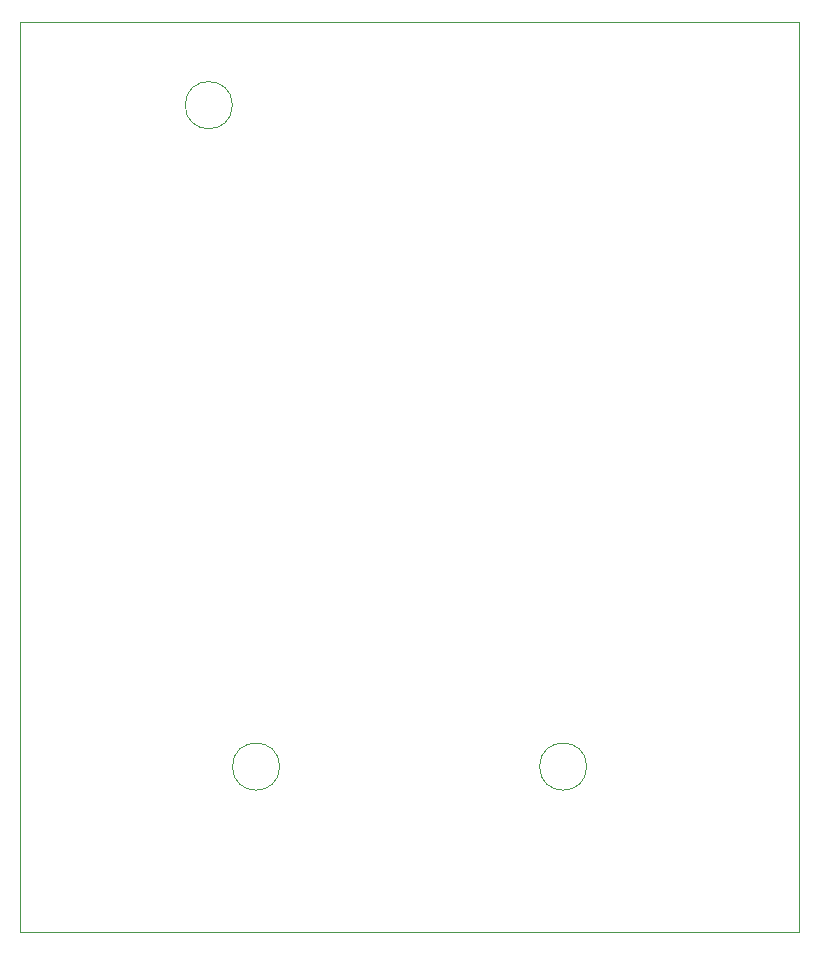
<source format=gbr>
%TF.GenerationSoftware,KiCad,Pcbnew,8.0.3*%
%TF.CreationDate,2024-07-03T23:55:26+09:00*%
%TF.ProjectId,mcu_rp2040,6d63755f-7270-4323-9034-302e6b696361,rev?*%
%TF.SameCoordinates,Original*%
%TF.FileFunction,Profile,NP*%
%FSLAX46Y46*%
G04 Gerber Fmt 4.6, Leading zero omitted, Abs format (unit mm)*
G04 Created by KiCad (PCBNEW 8.0.3) date 2024-07-03 23:55:26*
%MOMM*%
%LPD*%
G01*
G04 APERTURE LIST*
%TA.AperFunction,Profile*%
%ADD10C,0.050000*%
%TD*%
G04 APERTURE END LIST*
D10*
X123000000Y-50000000D02*
G75*
G02*
X119000000Y-50000000I-2000000J0D01*
G01*
X119000000Y-50000000D02*
G75*
G02*
X123000000Y-50000000I2000000J0D01*
G01*
X127000000Y-106000000D02*
G75*
G02*
X123000000Y-106000000I-2000000J0D01*
G01*
X123000000Y-106000000D02*
G75*
G02*
X127000000Y-106000000I2000000J0D01*
G01*
X153000000Y-106000000D02*
G75*
G02*
X149000000Y-106000000I-2000000J0D01*
G01*
X149000000Y-106000000D02*
G75*
G02*
X153000000Y-106000000I2000000J0D01*
G01*
X105000000Y-43000000D02*
X171000000Y-43000000D01*
X171000000Y-120000000D01*
X105000000Y-120000000D01*
X105000000Y-43000000D01*
M02*

</source>
